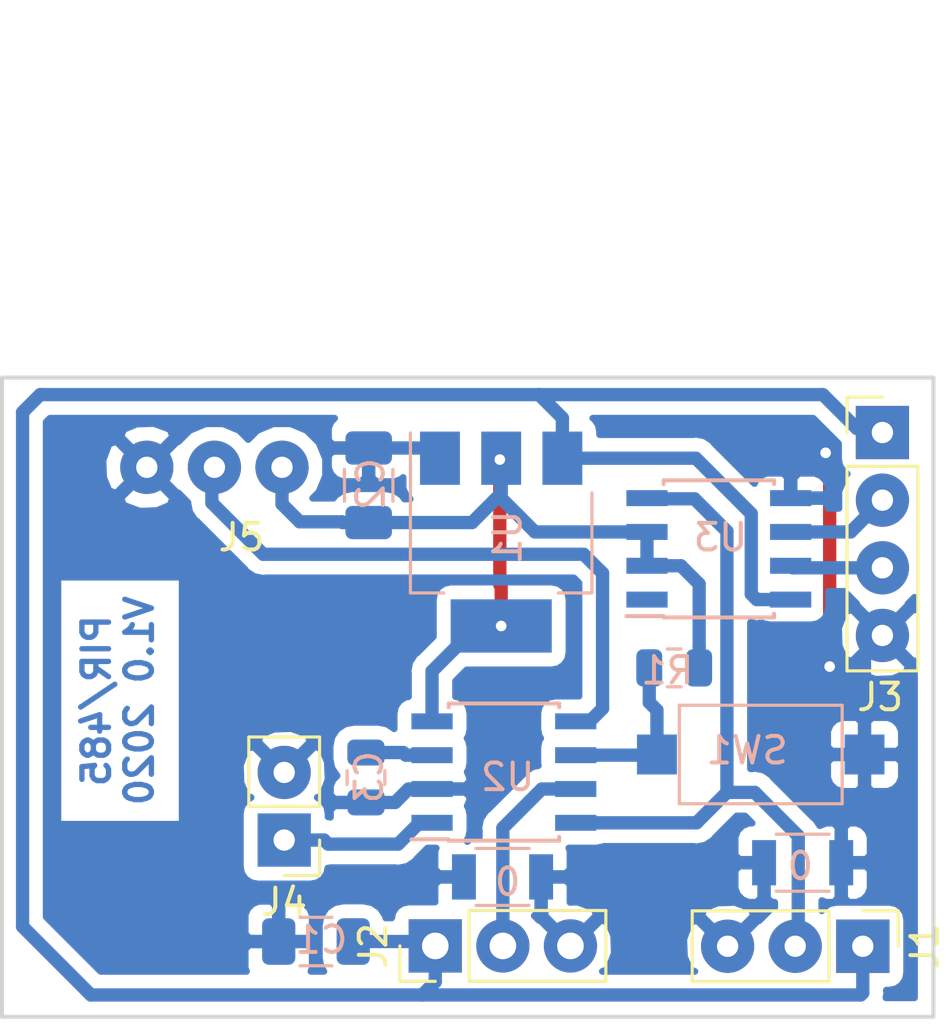
<source format=kicad_pcb>
(kicad_pcb (version 20171130) (host pcbnew "(5.0.2)-1")

  (general
    (thickness 1.6)
    (drawings 5)
    (tracks 103)
    (zones 0)
    (modules 15)
    (nets 13)
  )

  (page User 210.007 148.006)
  (layers
    (0 F.Cu signal)
    (31 B.Cu signal)
    (32 B.Adhes user)
    (33 F.Adhes user)
    (34 B.Paste user)
    (35 F.Paste user)
    (36 B.SilkS user)
    (37 F.SilkS user)
    (38 B.Mask user)
    (39 F.Mask user)
    (40 Dwgs.User user)
    (41 Cmts.User user)
    (42 Eco1.User user)
    (43 Eco2.User user)
    (44 Edge.Cuts user)
    (45 Margin user)
    (46 B.CrtYd user)
    (47 F.CrtYd user)
    (48 B.Fab user hide)
    (49 F.Fab user)
  )

  (setup
    (last_trace_width 0.25)
    (trace_clearance 0.3)
    (zone_clearance 0.508)
    (zone_45_only no)
    (trace_min 0.2)
    (segment_width 0.2)
    (edge_width 0.15)
    (via_size 0.8)
    (via_drill 0.4)
    (via_min_size 0.4)
    (via_min_drill 0.3)
    (uvia_size 0.3)
    (uvia_drill 0.1)
    (uvias_allowed no)
    (uvia_min_size 0.2)
    (uvia_min_drill 0.1)
    (pcb_text_width 0.3)
    (pcb_text_size 1.5 1.5)
    (mod_edge_width 0.15)
    (mod_text_size 1 1)
    (mod_text_width 0.15)
    (pad_size 2 2)
    (pad_drill 0.8)
    (pad_to_mask_clearance 0.051)
    (solder_mask_min_width 0.25)
    (aux_axis_origin 0 0)
    (visible_elements 7FFFFFFF)
    (pcbplotparams
      (layerselection 0x00010_7ffffffe)
      (usegerberextensions false)
      (usegerberattributes false)
      (usegerberadvancedattributes false)
      (creategerberjobfile false)
      (excludeedgelayer false)
      (linewidth 0.100000)
      (plotframeref false)
      (viasonmask false)
      (mode 1)
      (useauxorigin false)
      (hpglpennumber 1)
      (hpglpenspeed 20)
      (hpglpendiameter 15.000000)
      (psnegative false)
      (psa4output false)
      (plotreference true)
      (plotvalue true)
      (plotinvisibletext false)
      (padsonsilk true)
      (subtractmaskfromsilk false)
      (outputformat 4)
      (mirror true)
      (drillshape 1)
      (scaleselection 1)
      (outputdirectory ""))
  )

  (net 0 "")
  (net 1 GND)
  (net 2 +5V)
  (net 3 +3V3)
  (net 4 "Net-(C3-Pad1)")
  (net 5 /A)
  (net 6 /B)
  (net 7 /Rx)
  (net 8 /RF)
  (net 9 /BTN)
  (net 10 "Net-(U3-Pad1)")
  (net 11 /SWIM_485TX)
  (net 12 /PIR)

  (net_class Default "This is the default net class."
    (clearance 0.3)
    (trace_width 0.25)
    (via_dia 0.8)
    (via_drill 0.4)
    (uvia_dia 0.3)
    (uvia_drill 0.1)
    (add_net +3V3)
    (add_net +5V)
    (add_net /A)
    (add_net /B)
    (add_net /BTN)
    (add_net /PIR)
    (add_net /RF)
    (add_net /Rx)
    (add_net /SWIM_485TX)
    (add_net GND)
    (add_net "Net-(C3-Pad1)")
    (add_net "Net-(U3-Pad1)")
  )

  (module Resistors_SMD:R_1206 (layer B.Cu) (tedit 5FE45C5D) (tstamp 5FE31BCB)
    (at 112.086 67.218)
    (descr "Resistor SMD 1206, reflow soldering, Vishay (see dcrcw.pdf)")
    (tags "resistor 1206")
    (attr smd)
    (fp_text reference 0 (at -0.086 0.127) (layer B.SilkS)
      (effects (font (size 1 1) (thickness 0.15)) (justify mirror))
    )
    (fp_text value R_1206 (at 0 -1.95) (layer B.Fab)
      (effects (font (size 1 1) (thickness 0.15)) (justify mirror))
    )
    (fp_line (start 2.15 -1.1) (end -2.15 -1.1) (layer B.CrtYd) (width 0.05))
    (fp_line (start 2.15 -1.1) (end 2.15 1.11) (layer B.CrtYd) (width 0.05))
    (fp_line (start -2.15 1.11) (end -2.15 -1.1) (layer B.CrtYd) (width 0.05))
    (fp_line (start -2.15 1.11) (end 2.15 1.11) (layer B.CrtYd) (width 0.05))
    (fp_line (start -1 1.07) (end 1 1.07) (layer B.SilkS) (width 0.12))
    (fp_line (start 1 -1.07) (end -1 -1.07) (layer B.SilkS) (width 0.12))
    (fp_line (start -1.6 0.8) (end 1.6 0.8) (layer B.Fab) (width 0.1))
    (fp_line (start 1.6 0.8) (end 1.6 -0.8) (layer B.Fab) (width 0.1))
    (fp_line (start 1.6 -0.8) (end -1.6 -0.8) (layer B.Fab) (width 0.1))
    (fp_line (start -1.6 -0.8) (end -1.6 0.8) (layer B.Fab) (width 0.1))
    (fp_text user %R (at 0 0) (layer B.Fab)
      (effects (font (size 0.7 0.7) (thickness 0.105)) (justify mirror))
    )
    (pad 2 smd rect (at 1.45 0) (size 0.9 1.7) (layers B.Cu B.Paste B.Mask)
      (net 1 GND))
    (pad 1 smd rect (at -1.45 0) (size 0.9 1.7) (layers B.Cu B.Paste B.Mask)
      (net 1 GND))
    (model ${KISYS3DMOD}/Resistors_SMD.3dshapes/R_1206.wrl
      (at (xyz 0 0 0))
      (scale (xyz 1 1 1))
      (rotate (xyz 0 0 0))
    )
  )

  (module KiCad/kicad-footprints/Capacitor_SMD.pretty:C_1206_3216Metric (layer B.Cu) (tedit 5B301BBE) (tstamp 5FAF27E0)
    (at 93.798 70.1771 180)
    (descr "Capacitor SMD 1206 (3216 Metric), square (rectangular) end terminal, IPC_7351 nominal, (Body size source: http://www.tortai-tech.com/upload/download/2011102023233369053.pdf), generated with kicad-footprint-generator")
    (tags capacitor)
    (path /5FADC9A8)
    (attr smd)
    (fp_text reference C1 (at -0.202 0.0635 180) (layer B.SilkS)
      (effects (font (size 1 1) (thickness 0.15)) (justify mirror))
    )
    (fp_text value 10u (at 0 -1.82 180) (layer B.Fab)
      (effects (font (size 1 1) (thickness 0.15)) (justify mirror))
    )
    (fp_line (start -1.6 -0.8) (end -1.6 0.8) (layer B.Fab) (width 0.1))
    (fp_line (start -1.6 0.8) (end 1.6 0.8) (layer B.Fab) (width 0.1))
    (fp_line (start 1.6 0.8) (end 1.6 -0.8) (layer B.Fab) (width 0.1))
    (fp_line (start 1.6 -0.8) (end -1.6 -0.8) (layer B.Fab) (width 0.1))
    (fp_line (start -0.602064 0.91) (end 0.602064 0.91) (layer B.SilkS) (width 0.12))
    (fp_line (start -0.602064 -0.91) (end 0.602064 -0.91) (layer B.SilkS) (width 0.12))
    (fp_line (start -2.28 -1.12) (end -2.28 1.12) (layer B.CrtYd) (width 0.05))
    (fp_line (start -2.28 1.12) (end 2.28 1.12) (layer B.CrtYd) (width 0.05))
    (fp_line (start 2.28 1.12) (end 2.28 -1.12) (layer B.CrtYd) (width 0.05))
    (fp_line (start 2.28 -1.12) (end -2.28 -1.12) (layer B.CrtYd) (width 0.05))
    (fp_text user %R (at 0 0 180) (layer B.Fab)
      (effects (font (size 0.8 0.8) (thickness 0.12)) (justify mirror))
    )
    (pad 1 smd roundrect (at -1.4 0 180) (size 1.25 1.75) (layers B.Cu B.Paste B.Mask) (roundrect_rratio 0.2)
      (net 2 +5V))
    (pad 2 smd roundrect (at 1.4 0 180) (size 1.25 1.75) (layers B.Cu B.Paste B.Mask) (roundrect_rratio 0.2)
      (net 1 GND))
    (model ${KISYS3DMOD}/Capacitor_SMD.3dshapes/C_1206_3216Metric.wrl
      (at (xyz 0 0 0))
      (scale (xyz 1 1 1))
      (rotate (xyz 0 0 0))
    )
  )

  (module KiCad/kicad-footprints/Capacitor_SMD.pretty:C_1206_3216Metric (layer B.Cu) (tedit 5B301BBE) (tstamp 5FAF27F1)
    (at 95.7792 53.0448 90)
    (descr "Capacitor SMD 1206 (3216 Metric), square (rectangular) end terminal, IPC_7351 nominal, (Body size source: http://www.tortai-tech.com/upload/download/2011102023233369053.pdf), generated with kicad-footprint-generator")
    (tags capacitor)
    (path /5FADC895)
    (attr smd)
    (fp_text reference C2 (at 0.0448 0.0762 90) (layer B.SilkS)
      (effects (font (size 1 1) (thickness 0.15)) (justify mirror))
    )
    (fp_text value 10u (at 0 -1.82 90) (layer B.Fab)
      (effects (font (size 1 1) (thickness 0.15)) (justify mirror))
    )
    (fp_text user %R (at 0 0 90) (layer B.Fab)
      (effects (font (size 0.8 0.8) (thickness 0.12)) (justify mirror))
    )
    (fp_line (start 2.28 -1.12) (end -2.28 -1.12) (layer B.CrtYd) (width 0.05))
    (fp_line (start 2.28 1.12) (end 2.28 -1.12) (layer B.CrtYd) (width 0.05))
    (fp_line (start -2.28 1.12) (end 2.28 1.12) (layer B.CrtYd) (width 0.05))
    (fp_line (start -2.28 -1.12) (end -2.28 1.12) (layer B.CrtYd) (width 0.05))
    (fp_line (start -0.602064 -0.91) (end 0.602064 -0.91) (layer B.SilkS) (width 0.12))
    (fp_line (start -0.602064 0.91) (end 0.602064 0.91) (layer B.SilkS) (width 0.12))
    (fp_line (start 1.6 -0.8) (end -1.6 -0.8) (layer B.Fab) (width 0.1))
    (fp_line (start 1.6 0.8) (end 1.6 -0.8) (layer B.Fab) (width 0.1))
    (fp_line (start -1.6 0.8) (end 1.6 0.8) (layer B.Fab) (width 0.1))
    (fp_line (start -1.6 -0.8) (end -1.6 0.8) (layer B.Fab) (width 0.1))
    (pad 2 smd roundrect (at 1.4 0 90) (size 1.25 1.75) (layers B.Cu B.Paste B.Mask) (roundrect_rratio 0.2)
      (net 1 GND))
    (pad 1 smd roundrect (at -1.4 0 90) (size 1.25 1.75) (layers B.Cu B.Paste B.Mask) (roundrect_rratio 0.2)
      (net 3 +3V3))
    (model ${KISYS3DMOD}/Capacitor_SMD.3dshapes/C_1206_3216Metric.wrl
      (at (xyz 0 0 0))
      (scale (xyz 1 1 1))
      (rotate (xyz 0 0 0))
    )
  )

  (module KiCad/kicad-footprints/Capacitor_SMD.pretty:C_0805_2012Metric (layer B.Cu) (tedit 5B36C52B) (tstamp 5FAF2802)
    (at 95.6776 64.0176 270)
    (descr "Capacitor SMD 0805 (2012 Metric), square (rectangular) end terminal, IPC_7351 nominal, (Body size source: https://docs.google.com/spreadsheets/d/1BsfQQcO9C6DZCsRaXUlFlo91Tg2WpOkGARC1WS5S8t0/edit?usp=sharing), generated with kicad-footprint-generator")
    (tags capacitor)
    (path /5FAD2E08)
    (attr smd)
    (fp_text reference C3 (at -0.0176 -0.1143 270) (layer B.SilkS)
      (effects (font (size 1 1) (thickness 0.15)) (justify mirror))
    )
    (fp_text value 1u (at 0 -1.65 270) (layer B.Fab)
      (effects (font (size 1 1) (thickness 0.15)) (justify mirror))
    )
    (fp_text user %R (at 0 0 270) (layer B.Fab)
      (effects (font (size 0.5 0.5) (thickness 0.08)) (justify mirror))
    )
    (fp_line (start 1.68 -0.95) (end -1.68 -0.95) (layer B.CrtYd) (width 0.05))
    (fp_line (start 1.68 0.95) (end 1.68 -0.95) (layer B.CrtYd) (width 0.05))
    (fp_line (start -1.68 0.95) (end 1.68 0.95) (layer B.CrtYd) (width 0.05))
    (fp_line (start -1.68 -0.95) (end -1.68 0.95) (layer B.CrtYd) (width 0.05))
    (fp_line (start -0.258578 -0.71) (end 0.258578 -0.71) (layer B.SilkS) (width 0.12))
    (fp_line (start -0.258578 0.71) (end 0.258578 0.71) (layer B.SilkS) (width 0.12))
    (fp_line (start 1 -0.6) (end -1 -0.6) (layer B.Fab) (width 0.1))
    (fp_line (start 1 0.6) (end 1 -0.6) (layer B.Fab) (width 0.1))
    (fp_line (start -1 0.6) (end 1 0.6) (layer B.Fab) (width 0.1))
    (fp_line (start -1 -0.6) (end -1 0.6) (layer B.Fab) (width 0.1))
    (pad 2 smd roundrect (at 0.9375 0 270) (size 0.975 1.4) (layers B.Cu B.Paste B.Mask) (roundrect_rratio 0.25)
      (net 1 GND))
    (pad 1 smd roundrect (at -0.9375 0 270) (size 0.975 1.4) (layers B.Cu B.Paste B.Mask) (roundrect_rratio 0.25)
      (net 4 "Net-(C3-Pad1)"))
    (model ${KISYS3DMOD}/Capacitor_SMD.3dshapes/C_0805_2012Metric.wrl
      (at (xyz 0 0 0))
      (scale (xyz 1 1 1))
      (rotate (xyz 0 0 0))
    )
  )

  (module KiCad/kicad-footprints/Connector_PinHeader_2.54mm.pretty:PinHeader_1x03_P2.54mm_Vertical (layer F.Cu) (tedit 59FED5CC) (tstamp 5FAF2819)
    (at 114.3466 70.3549 270)
    (descr "Through hole straight pin header, 1x03, 2.54mm pitch, single row")
    (tags "Through hole pin header THT 1x03 2.54mm single row")
    (path /5FAD3AE8)
    (fp_text reference J1 (at 0 -2.33 270) (layer F.SilkS)
      (effects (font (size 1 1) (thickness 0.15)))
    )
    (fp_text value SWIM (at 2.0788 2.5952) (layer F.Fab)
      (effects (font (size 1 1) (thickness 0.15)))
    )
    (fp_text user %R (at 0 7.5952) (layer F.Fab)
      (effects (font (size 1 1) (thickness 0.15)))
    )
    (fp_line (start 1.8 -1.8) (end -1.8 -1.8) (layer F.CrtYd) (width 0.05))
    (fp_line (start 1.8 6.85) (end 1.8 -1.8) (layer F.CrtYd) (width 0.05))
    (fp_line (start -1.8 6.85) (end 1.8 6.85) (layer F.CrtYd) (width 0.05))
    (fp_line (start -1.8 -1.8) (end -1.8 6.85) (layer F.CrtYd) (width 0.05))
    (fp_line (start -1.33 -1.33) (end 0 -1.33) (layer F.SilkS) (width 0.12))
    (fp_line (start -1.33 0) (end -1.33 -1.33) (layer F.SilkS) (width 0.12))
    (fp_line (start -1.33 1.27) (end 1.33 1.27) (layer F.SilkS) (width 0.12))
    (fp_line (start 1.33 1.27) (end 1.33 6.41) (layer F.SilkS) (width 0.12))
    (fp_line (start -1.33 1.27) (end -1.33 6.41) (layer F.SilkS) (width 0.12))
    (fp_line (start -1.33 6.41) (end 1.33 6.41) (layer F.SilkS) (width 0.12))
    (fp_line (start -1.27 -0.635) (end -0.635 -1.27) (layer F.Fab) (width 0.1))
    (fp_line (start -1.27 6.35) (end -1.27 -0.635) (layer F.Fab) (width 0.1))
    (fp_line (start 1.27 6.35) (end -1.27 6.35) (layer F.Fab) (width 0.1))
    (fp_line (start 1.27 -1.27) (end 1.27 6.35) (layer F.Fab) (width 0.1))
    (fp_line (start -0.635 -1.27) (end 1.27 -1.27) (layer F.Fab) (width 0.1))
    (pad 3 thru_hole circle (at 0 5.08 270) (size 2 2) (drill 0.8) (layers *.Cu *.Mask)
      (net 1 GND))
    (pad 2 thru_hole circle (at 0 2.54 270) (size 2 2) (drill 0.8) (layers *.Cu *.Mask)
      (net 11 /SWIM_485TX))
    (pad 1 thru_hole rect (at 0 0 270) (size 2 2) (drill 0.8) (layers *.Cu *.Mask)
      (net 2 +5V))
    (model ${KISYS3DMOD}/Connector_PinHeader_2.54mm.3dshapes/PinHeader_1x03_P2.54mm_Vertical.wrl
      (at (xyz 0 0 0))
      (scale (xyz 1 1 1))
      (rotate (xyz 0 0 0))
    )
  )

  (module KiCad/kicad-footprints/Connector_PinHeader_2.54mm.pretty:PinHeader_1x04_P2.54mm_Vertical (layer F.Cu) (tedit 6004AF37) (tstamp 5FAF2847)
    (at 115.0832 51.0636)
    (descr "Through hole straight pin header, 1x04, 2.54mm pitch, single row")
    (tags "Through hole pin header THT 1x04 2.54mm single row")
    (path /5FAD4EB7)
    (fp_text reference J3 (at -0.0832 9.9364) (layer F.SilkS)
      (effects (font (size 1 1) (thickness 0.15)))
    )
    (fp_text value 485 (at 0 9.95) (layer F.Fab)
      (effects (font (size 1 1) (thickness 0.15)))
    )
    (fp_text user %R (at -2.0832 -0.0636 90) (layer F.Fab)
      (effects (font (size 1 1) (thickness 0.15)))
    )
    (fp_line (start 1.8 -1.8) (end -1.8 -1.8) (layer F.CrtYd) (width 0.05))
    (fp_line (start 1.8 9.4) (end 1.8 -1.8) (layer F.CrtYd) (width 0.05))
    (fp_line (start -1.8 9.4) (end 1.8 9.4) (layer F.CrtYd) (width 0.05))
    (fp_line (start -1.8 -1.8) (end -1.8 9.4) (layer F.CrtYd) (width 0.05))
    (fp_line (start -1.33 -1.33) (end 0 -1.33) (layer F.SilkS) (width 0.12))
    (fp_line (start -1.33 0) (end -1.33 -1.33) (layer F.SilkS) (width 0.12))
    (fp_line (start -1.33 1.27) (end 1.33 1.27) (layer F.SilkS) (width 0.12))
    (fp_line (start 1.33 1.27) (end 1.33 8.95) (layer F.SilkS) (width 0.12))
    (fp_line (start -1.33 1.27) (end -1.33 8.95) (layer F.SilkS) (width 0.12))
    (fp_line (start -1.33 8.95) (end 1.33 8.95) (layer F.SilkS) (width 0.12))
    (fp_line (start -1.27 -0.635) (end -0.635 -1.27) (layer F.Fab) (width 0.1))
    (fp_line (start -1.27 8.89) (end -1.27 -0.635) (layer F.Fab) (width 0.1))
    (fp_line (start 1.27 8.89) (end -1.27 8.89) (layer F.Fab) (width 0.1))
    (fp_line (start 1.27 -1.27) (end 1.27 8.89) (layer F.Fab) (width 0.1))
    (fp_line (start -0.635 -1.27) (end 1.27 -1.27) (layer F.Fab) (width 0.1))
    (pad 4 thru_hole circle (at 0 7.62) (size 2 2) (drill 0.8) (layers *.Cu *.Mask)
      (net 1 GND))
    (pad 3 thru_hole circle (at 0 5.08) (size 2 2) (drill 0.8) (layers *.Cu *.Mask)
      (net 6 /B))
    (pad 2 thru_hole circle (at 0 2.54) (size 2 2) (drill 0.8) (layers *.Cu *.Mask)
      (net 5 /A))
    (pad 1 thru_hole rect (at 0 0) (size 2 2) (drill 0.8) (layers *.Cu *.Mask)
      (net 2 +5V))
    (model ${KISYS3DMOD}/Connector_PinHeader_2.54mm.3dshapes/PinHeader_1x04_P2.54mm_Vertical.wrl
      (at (xyz 0 0 0))
      (scale (xyz 1 1 1))
      (rotate (xyz 0 0 0))
    )
  )

  (module Shutter_RF:SYN115_Mod (layer F.Cu) (tedit 5DDE9596) (tstamp 5FAF2863)
    (at 82.622 38.77)
    (path /5FAE772B)
    (fp_text reference J5 (at 8.378 16.23) (layer F.SilkS)
      (effects (font (size 1 1) (thickness 0.15)))
    )
    (fp_text value RF (at 6.2 -3.1) (layer F.Fab)
      (effects (font (size 1 1) (thickness 0.15)))
    )
    (fp_line (start 0 15) (end 11.8 15) (layer F.CrtYd) (width 0.127))
    (fp_line (start 11.8 0) (end 11.8 15) (layer F.CrtYd) (width 0.127))
    (fp_line (start 0 0) (end 0 15) (layer F.CrtYd) (width 0.127))
    (fp_line (start 0 0) (end 11.8 0) (layer F.CrtYd) (width 0.127))
    (pad 3 thru_hole circle (at 4.82 13.6) (size 2 2) (drill 0.8) (layers *.Cu *.Mask)
      (net 1 GND))
    (pad 2 thru_hole circle (at 7.36 13.6) (size 2 2) (drill 0.8) (layers *.Cu *.Mask)
      (net 8 /RF))
    (pad 1 thru_hole circle (at 9.9 13.6) (size 2 2) (drill 0.8) (layers *.Cu *.Mask)
      (net 3 +3V3))
  )

  (module KiCad/kicad-footprints/Resistor_SMD.pretty:R_0805_2012Metric (layer B.Cu) (tedit 5B36C52B) (tstamp 5FAF2874)
    (at 107.26 59.9028 180)
    (descr "Resistor SMD 0805 (2012 Metric), square (rectangular) end terminal, IPC_7351 nominal, (Body size source: https://docs.google.com/spreadsheets/d/1BsfQQcO9C6DZCsRaXUlFlo91Tg2WpOkGARC1WS5S8t0/edit?usp=sharing), generated with kicad-footprint-generator")
    (tags resistor)
    (path /5FAE2A22)
    (attr smd)
    (fp_text reference R1 (at 0.26 -0.0972 180) (layer B.SilkS)
      (effects (font (size 1 1) (thickness 0.15)) (justify mirror))
    )
    (fp_text value 10K (at 0 -1.65 180) (layer B.Fab)
      (effects (font (size 1 1) (thickness 0.15)) (justify mirror))
    )
    (fp_line (start -1 -0.6) (end -1 0.6) (layer B.Fab) (width 0.1))
    (fp_line (start -1 0.6) (end 1 0.6) (layer B.Fab) (width 0.1))
    (fp_line (start 1 0.6) (end 1 -0.6) (layer B.Fab) (width 0.1))
    (fp_line (start 1 -0.6) (end -1 -0.6) (layer B.Fab) (width 0.1))
    (fp_line (start -0.258578 0.71) (end 0.258578 0.71) (layer B.SilkS) (width 0.12))
    (fp_line (start -0.258578 -0.71) (end 0.258578 -0.71) (layer B.SilkS) (width 0.12))
    (fp_line (start -1.68 -0.95) (end -1.68 0.95) (layer B.CrtYd) (width 0.05))
    (fp_line (start -1.68 0.95) (end 1.68 0.95) (layer B.CrtYd) (width 0.05))
    (fp_line (start 1.68 0.95) (end 1.68 -0.95) (layer B.CrtYd) (width 0.05))
    (fp_line (start 1.68 -0.95) (end -1.68 -0.95) (layer B.CrtYd) (width 0.05))
    (fp_text user %R (at 0 0 180) (layer B.Fab)
      (effects (font (size 0.5 0.5) (thickness 0.08)) (justify mirror))
    )
    (pad 1 smd roundrect (at -0.9375 0 180) (size 0.975 1.4) (layers B.Cu B.Paste B.Mask) (roundrect_rratio 0.25)
      (net 3 +3V3))
    (pad 2 smd roundrect (at 0.9375 0 180) (size 0.975 1.4) (layers B.Cu B.Paste B.Mask) (roundrect_rratio 0.25)
      (net 9 /BTN))
    (model ${KISYS3DMOD}/Resistor_SMD.3dshapes/R_0805_2012Metric.wrl
      (at (xyz 0 0 0))
      (scale (xyz 1 1 1))
      (rotate (xyz 0 0 0))
    )
  )

  (module KiCad/kicad-footprints/Button_Switch_SMD.pretty:SW_SPST_CK_RS282G05A3 (layer B.Cu) (tedit 5A7A67D2) (tstamp 5FAF28A0)
    (at 110.5112 63.154)
    (descr https://www.mouser.com/ds/2/60/RS-282G05A-SM_RT-1159762.pdf)
    (tags "SPST button tactile switch")
    (path /5FAE272D)
    (attr smd)
    (fp_text reference SW1 (at -0.5112 -0.154) (layer B.SilkS)
      (effects (font (size 1 1) (thickness 0.15)) (justify mirror))
    )
    (fp_text value Sw (at 0 -3) (layer B.Fab)
      (effects (font (size 1 1) (thickness 0.15)) (justify mirror))
    )
    (fp_line (start 3 1.8) (end 3 -1.8) (layer B.Fab) (width 0.1))
    (fp_line (start -3 1.8) (end -3 -1.8) (layer B.Fab) (width 0.1))
    (fp_line (start -3 1.8) (end 3 1.8) (layer B.Fab) (width 0.1))
    (fp_line (start -3 -1.8) (end 3 -1.8) (layer B.Fab) (width 0.1))
    (fp_line (start -1.5 0.8) (end -1.5 -0.8) (layer B.Fab) (width 0.1))
    (fp_line (start 1.5 0.8) (end 1.5 -0.8) (layer B.Fab) (width 0.1))
    (fp_line (start -1.5 0.8) (end 1.5 0.8) (layer B.Fab) (width 0.1))
    (fp_line (start -1.5 -0.8) (end 1.5 -0.8) (layer B.Fab) (width 0.1))
    (fp_line (start -3.06 -1.85) (end -3.06 1.85) (layer B.SilkS) (width 0.12))
    (fp_line (start 3.06 -1.85) (end -3.06 -1.85) (layer B.SilkS) (width 0.12))
    (fp_line (start 3.06 1.85) (end 3.06 -1.85) (layer B.SilkS) (width 0.12))
    (fp_line (start -3.06 1.85) (end 3.06 1.85) (layer B.SilkS) (width 0.12))
    (fp_line (start -1.75 -1) (end -1.75 1) (layer B.Fab) (width 0.1))
    (fp_line (start 1.75 -1) (end -1.75 -1) (layer B.Fab) (width 0.1))
    (fp_line (start 1.75 1) (end 1.75 -1) (layer B.Fab) (width 0.1))
    (fp_line (start -1.75 1) (end 1.75 1) (layer B.Fab) (width 0.1))
    (fp_text user %R (at 0 2.6) (layer B.Fab)
      (effects (font (size 1 1) (thickness 0.15)) (justify mirror))
    )
    (fp_line (start -4.9 2.05) (end 4.9 2.05) (layer B.CrtYd) (width 0.05))
    (fp_line (start 4.9 2.05) (end 4.9 -2.05) (layer B.CrtYd) (width 0.05))
    (fp_line (start 4.9 -2.05) (end -4.9 -2.05) (layer B.CrtYd) (width 0.05))
    (fp_line (start -4.9 -2.05) (end -4.9 2.05) (layer B.CrtYd) (width 0.05))
    (pad 2 smd rect (at 3.9 0) (size 1.5 1.5) (layers B.Cu B.Paste B.Mask)
      (net 1 GND))
    (pad 1 smd rect (at -3.9 0) (size 1.5 1.5) (layers B.Cu B.Paste B.Mask)
      (net 9 /BTN))
    (model ${KISYS3DMOD}/Button_Switch_SMD.3dshapes/SW_SPST_CK_RS282G05A3.wrl
      (at (xyz 0 0 0))
      (scale (xyz 1 1 1))
      (rotate (xyz 0 0 0))
    )
  )

  (module KiCad/kicad-footprints/Package_SO.pretty:SOIC-8_3.9x4.9mm_P1.27mm (layer B.Cu) (tedit 5A02F2D3) (tstamp 5FAF28D3)
    (at 100.8592 63.8144)
    (descr "8-Lead Plastic Small Outline (SN) - Narrow, 3.90 mm Body [SOIC] (see Microchip Packaging Specification http://ww1.microchip.com/downloads/en/PackagingSpec/00000049BQ.pdf)")
    (tags "SOIC 1.27")
    (path /5FAD2BF8)
    (attr smd)
    (fp_text reference U2 (at 0.1408 0.1856) (layer B.SilkS)
      (effects (font (size 1 1) (thickness 0.15)) (justify mirror))
    )
    (fp_text value STM8S001J3M (at 0 -3.5) (layer B.Fab)
      (effects (font (size 1 1) (thickness 0.15)) (justify mirror))
    )
    (fp_text user %R (at 0 0) (layer B.Fab)
      (effects (font (size 1 1) (thickness 0.15)) (justify mirror))
    )
    (fp_line (start -0.95 2.45) (end 1.95 2.45) (layer B.Fab) (width 0.1))
    (fp_line (start 1.95 2.45) (end 1.95 -2.45) (layer B.Fab) (width 0.1))
    (fp_line (start 1.95 -2.45) (end -1.95 -2.45) (layer B.Fab) (width 0.1))
    (fp_line (start -1.95 -2.45) (end -1.95 1.45) (layer B.Fab) (width 0.1))
    (fp_line (start -1.95 1.45) (end -0.95 2.45) (layer B.Fab) (width 0.1))
    (fp_line (start -3.73 2.7) (end -3.73 -2.7) (layer B.CrtYd) (width 0.05))
    (fp_line (start 3.73 2.7) (end 3.73 -2.7) (layer B.CrtYd) (width 0.05))
    (fp_line (start -3.73 2.7) (end 3.73 2.7) (layer B.CrtYd) (width 0.05))
    (fp_line (start -3.73 -2.7) (end 3.73 -2.7) (layer B.CrtYd) (width 0.05))
    (fp_line (start -2.075 2.575) (end -2.075 2.525) (layer B.SilkS) (width 0.15))
    (fp_line (start 2.075 2.575) (end 2.075 2.43) (layer B.SilkS) (width 0.15))
    (fp_line (start 2.075 -2.575) (end 2.075 -2.43) (layer B.SilkS) (width 0.15))
    (fp_line (start -2.075 -2.575) (end -2.075 -2.43) (layer B.SilkS) (width 0.15))
    (fp_line (start -2.075 2.575) (end 2.075 2.575) (layer B.SilkS) (width 0.15))
    (fp_line (start -2.075 -2.575) (end 2.075 -2.575) (layer B.SilkS) (width 0.15))
    (fp_line (start -2.075 2.525) (end -3.475 2.525) (layer B.SilkS) (width 0.15))
    (pad 1 smd rect (at -2.7 1.905) (size 1.55 0.6) (layers B.Cu B.Paste B.Mask)
      (net 7 /Rx))
    (pad 2 smd rect (at -2.7 0.635) (size 1.55 0.6) (layers B.Cu B.Paste B.Mask)
      (net 1 GND))
    (pad 3 smd rect (at -2.7 -0.635) (size 1.55 0.6) (layers B.Cu B.Paste B.Mask)
      (net 4 "Net-(C3-Pad1)"))
    (pad 4 smd rect (at -2.7 -1.905) (size 1.55 0.6) (layers B.Cu B.Paste B.Mask)
      (net 3 +3V3))
    (pad 5 smd rect (at 2.7 -1.905) (size 1.55 0.6) (layers B.Cu B.Paste B.Mask)
      (net 8 /RF))
    (pad 6 smd rect (at 2.7 -0.635) (size 1.55 0.6) (layers B.Cu B.Paste B.Mask)
      (net 9 /BTN))
    (pad 7 smd rect (at 2.7 0.635) (size 1.55 0.6) (layers B.Cu B.Paste B.Mask)
      (net 12 /PIR))
    (pad 8 smd rect (at 2.7 1.905) (size 1.55 0.6) (layers B.Cu B.Paste B.Mask)
      (net 11 /SWIM_485TX))
    (model ${KISYS3DMOD}/Package_SO.3dshapes/SOIC-8_3.9x4.9mm_P1.27mm.wrl
      (at (xyz 0 0 0))
      (scale (xyz 1 1 1))
      (rotate (xyz 0 0 0))
    )
  )

  (module KiCad/kicad-footprints/Package_SO.pretty:SOIC-8_3.9x4.9mm_P1.27mm (layer B.Cu) (tedit 5A02F2D3) (tstamp 5FAF28F0)
    (at 108.9364 55.4324)
    (descr "8-Lead Plastic Small Outline (SN) - Narrow, 3.90 mm Body [SOIC] (see Microchip Packaging Specification http://ww1.microchip.com/downloads/en/PackagingSpec/00000049BQ.pdf)")
    (tags "SOIC 1.27")
    (path /5FAD2AEA)
    (attr smd)
    (fp_text reference U3 (at 0.0636 -0.4324) (layer B.SilkS)
      (effects (font (size 1 1) (thickness 0.15)) (justify mirror))
    )
    (fp_text value SP3485EN (at 0 -3.5) (layer B.Fab)
      (effects (font (size 1 1) (thickness 0.15)) (justify mirror))
    )
    (fp_line (start -2.075 2.525) (end -3.475 2.525) (layer B.SilkS) (width 0.15))
    (fp_line (start -2.075 -2.575) (end 2.075 -2.575) (layer B.SilkS) (width 0.15))
    (fp_line (start -2.075 2.575) (end 2.075 2.575) (layer B.SilkS) (width 0.15))
    (fp_line (start -2.075 -2.575) (end -2.075 -2.43) (layer B.SilkS) (width 0.15))
    (fp_line (start 2.075 -2.575) (end 2.075 -2.43) (layer B.SilkS) (width 0.15))
    (fp_line (start 2.075 2.575) (end 2.075 2.43) (layer B.SilkS) (width 0.15))
    (fp_line (start -2.075 2.575) (end -2.075 2.525) (layer B.SilkS) (width 0.15))
    (fp_line (start -3.73 -2.7) (end 3.73 -2.7) (layer B.CrtYd) (width 0.05))
    (fp_line (start -3.73 2.7) (end 3.73 2.7) (layer B.CrtYd) (width 0.05))
    (fp_line (start 3.73 2.7) (end 3.73 -2.7) (layer B.CrtYd) (width 0.05))
    (fp_line (start -3.73 2.7) (end -3.73 -2.7) (layer B.CrtYd) (width 0.05))
    (fp_line (start -1.95 1.45) (end -0.95 2.45) (layer B.Fab) (width 0.1))
    (fp_line (start -1.95 -2.45) (end -1.95 1.45) (layer B.Fab) (width 0.1))
    (fp_line (start 1.95 -2.45) (end -1.95 -2.45) (layer B.Fab) (width 0.1))
    (fp_line (start 1.95 2.45) (end 1.95 -2.45) (layer B.Fab) (width 0.1))
    (fp_line (start -0.95 2.45) (end 1.95 2.45) (layer B.Fab) (width 0.1))
    (fp_text user %R (at 0 0) (layer B.Fab)
      (effects (font (size 1 1) (thickness 0.15)) (justify mirror))
    )
    (pad 8 smd rect (at 2.7 1.905) (size 1.55 0.6) (layers B.Cu B.Paste B.Mask)
      (net 2 +5V))
    (pad 7 smd rect (at 2.7 0.635) (size 1.55 0.6) (layers B.Cu B.Paste B.Mask)
      (net 6 /B))
    (pad 6 smd rect (at 2.7 -0.635) (size 1.55 0.6) (layers B.Cu B.Paste B.Mask)
      (net 5 /A))
    (pad 5 smd rect (at 2.7 -1.905) (size 1.55 0.6) (layers B.Cu B.Paste B.Mask)
      (net 1 GND))
    (pad 4 smd rect (at -2.7 -1.905) (size 1.55 0.6) (layers B.Cu B.Paste B.Mask)
      (net 11 /SWIM_485TX))
    (pad 3 smd rect (at -2.7 -0.635) (size 1.55 0.6) (layers B.Cu B.Paste B.Mask)
      (net 3 +3V3))
    (pad 2 smd rect (at -2.7 0.635) (size 1.55 0.6) (layers B.Cu B.Paste B.Mask)
      (net 3 +3V3))
    (pad 1 smd rect (at -2.7 1.905) (size 1.55 0.6) (layers B.Cu B.Paste B.Mask)
      (net 10 "Net-(U3-Pad1)"))
    (model ${KISYS3DMOD}/Package_SO.3dshapes/SOIC-8_3.9x4.9mm_P1.27mm.wrl
      (at (xyz 0 0 0))
      (scale (xyz 1 1 1))
      (rotate (xyz 0 0 0))
    )
  )

  (module KiCad/kicad-footprints/Connector_PinHeader_2.54mm.pretty:PinHeader_1x02_P2.54mm_Vertical (layer F.Cu) (tedit 59FED5CC) (tstamp 5FAFE9B3)
    (at 92.6042 66.3671 180)
    (descr "Through hole straight pin header, 1x02, 2.54mm pitch, single row")
    (tags "Through hole pin header THT 1x02 2.54mm single row")
    (path /5FAD79BF)
    (fp_text reference J4 (at 0 -2.33 180) (layer F.SilkS)
      (effects (font (size 1 1) (thickness 0.15)))
    )
    (fp_text value SerIn (at 0.146 -2.5788 180) (layer F.Fab)
      (effects (font (size 1 1) (thickness 0.15)))
    )
    (fp_line (start -0.635 -1.27) (end 1.27 -1.27) (layer F.Fab) (width 0.1))
    (fp_line (start 1.27 -1.27) (end 1.27 3.81) (layer F.Fab) (width 0.1))
    (fp_line (start 1.27 3.81) (end -1.27 3.81) (layer F.Fab) (width 0.1))
    (fp_line (start -1.27 3.81) (end -1.27 -0.635) (layer F.Fab) (width 0.1))
    (fp_line (start -1.27 -0.635) (end -0.635 -1.27) (layer F.Fab) (width 0.1))
    (fp_line (start -1.33 3.87) (end 1.33 3.87) (layer F.SilkS) (width 0.12))
    (fp_line (start -1.33 1.27) (end -1.33 3.87) (layer F.SilkS) (width 0.12))
    (fp_line (start 1.33 1.27) (end 1.33 3.87) (layer F.SilkS) (width 0.12))
    (fp_line (start -1.33 1.27) (end 1.33 1.27) (layer F.SilkS) (width 0.12))
    (fp_line (start -1.33 0) (end -1.33 -1.33) (layer F.SilkS) (width 0.12))
    (fp_line (start -1.33 -1.33) (end 0 -1.33) (layer F.SilkS) (width 0.12))
    (fp_line (start -1.8 -1.8) (end -1.8 4.35) (layer F.CrtYd) (width 0.05))
    (fp_line (start -1.8 4.35) (end 1.8 4.35) (layer F.CrtYd) (width 0.05))
    (fp_line (start 1.8 4.35) (end 1.8 -1.8) (layer F.CrtYd) (width 0.05))
    (fp_line (start 1.8 -1.8) (end -1.8 -1.8) (layer F.CrtYd) (width 0.05))
    (fp_text user %R (at -1.854 4.4212 270) (layer F.Fab)
      (effects (font (size 1 1) (thickness 0.15)))
    )
    (pad 1 thru_hole rect (at 0 0 180) (size 2 2) (drill 0.8) (layers *.Cu *.Mask)
      (net 7 /Rx))
    (pad 2 thru_hole circle (at 0 2.54 180) (size 2 2) (drill 0.8) (layers *.Cu *.Mask)
      (net 1 GND))
    (model ${KISYS3DMOD}/Connector_PinHeader_2.54mm.3dshapes/PinHeader_1x02_P2.54mm_Vertical.wrl
      (at (xyz 0 0 0))
      (scale (xyz 1 1 1))
      (rotate (xyz 0 0 0))
    )
  )

  (module KiCad/kicad-footprints/Package_TO_SOT_SMD.pretty:SOT-223-3_TabPin2 (layer B.Cu) (tedit 5A02FF57) (tstamp 5FB00A77)
    (at 100.7576 55.1784 270)
    (descr "module CMS SOT223 4 pins")
    (tags "CMS SOT")
    (path /5FADC73C)
    (attr smd)
    (fp_text reference U1 (at -0.1784 -0.2424 270) (layer B.SilkS)
      (effects (font (size 1 1) (thickness 0.15)) (justify mirror))
    )
    (fp_text value AMS1117 (at 0 -4.5 270) (layer B.Fab)
      (effects (font (size 1 1) (thickness 0.15)) (justify mirror))
    )
    (fp_line (start 1.85 3.35) (end 1.85 -3.35) (layer B.Fab) (width 0.1))
    (fp_line (start -1.85 -3.35) (end 1.85 -3.35) (layer B.Fab) (width 0.1))
    (fp_line (start -4.1 3.41) (end 1.91 3.41) (layer B.SilkS) (width 0.12))
    (fp_line (start -0.85 3.35) (end 1.85 3.35) (layer B.Fab) (width 0.1))
    (fp_line (start -1.85 -3.41) (end 1.91 -3.41) (layer B.SilkS) (width 0.12))
    (fp_line (start -1.85 2.35) (end -1.85 -3.35) (layer B.Fab) (width 0.1))
    (fp_line (start -1.85 2.35) (end -0.85 3.35) (layer B.Fab) (width 0.1))
    (fp_line (start -4.4 3.6) (end -4.4 -3.6) (layer B.CrtYd) (width 0.05))
    (fp_line (start -4.4 -3.6) (end 4.4 -3.6) (layer B.CrtYd) (width 0.05))
    (fp_line (start 4.4 -3.6) (end 4.4 3.6) (layer B.CrtYd) (width 0.05))
    (fp_line (start 4.4 3.6) (end -4.4 3.6) (layer B.CrtYd) (width 0.05))
    (fp_line (start 1.91 3.41) (end 1.91 2.15) (layer B.SilkS) (width 0.12))
    (fp_line (start 1.91 -3.41) (end 1.91 -2.15) (layer B.SilkS) (width 0.12))
    (fp_text user %R (at 0 0 180) (layer B.Fab)
      (effects (font (size 0.8 0.8) (thickness 0.12)) (justify mirror))
    )
    (pad 1 smd rect (at -3.15 2.3 270) (size 2 1.5) (layers B.Cu B.Paste B.Mask)
      (net 1 GND))
    (pad 3 smd rect (at -3.15 -2.3 270) (size 2 1.5) (layers B.Cu B.Paste B.Mask)
      (net 2 +5V))
    (pad 2 smd rect (at -3.15 0 270) (size 2 1.5) (layers B.Cu B.Paste B.Mask)
      (net 3 +3V3))
    (pad 2 smd rect (at 3.15 0 270) (size 2 3.8) (layers B.Cu B.Paste B.Mask)
      (net 3 +3V3))
    (model ${KISYS3DMOD}/Package_TO_SOT_SMD.3dshapes/SOT-223.wrl
      (at (xyz 0 0 0))
      (scale (xyz 1 1 1))
      (rotate (xyz 0 0 0))
    )
  )

  (module Pin_Headers:Pin_Header_Straight_1x03_Pitch2.54mm (layer F.Cu) (tedit 5FE31BBE) (tstamp 5FE3180B)
    (at 98.2811 70.3422 90)
    (descr "Through hole straight pin header, 1x03, 2.54mm pitch, single row")
    (tags "Through hole pin header THT 1x03 2.54mm single row")
    (path /5FE351BE)
    (fp_text reference J2 (at 0 -2.33 90) (layer F.SilkS)
      (effects (font (size 1 1) (thickness 0.15)))
    )
    (fp_text value PIR (at 0 7.41 90) (layer F.Fab)
      (effects (font (size 1 1) (thickness 0.15)))
    )
    (fp_text user %R (at 0 2.54 180) (layer F.Fab)
      (effects (font (size 1 1) (thickness 0.15)))
    )
    (fp_line (start 1.8 -1.8) (end -1.8 -1.8) (layer F.CrtYd) (width 0.05))
    (fp_line (start 1.8 6.85) (end 1.8 -1.8) (layer F.CrtYd) (width 0.05))
    (fp_line (start -1.8 6.85) (end 1.8 6.85) (layer F.CrtYd) (width 0.05))
    (fp_line (start -1.8 -1.8) (end -1.8 6.85) (layer F.CrtYd) (width 0.05))
    (fp_line (start -1.33 -1.33) (end 0 -1.33) (layer F.SilkS) (width 0.12))
    (fp_line (start -1.33 0) (end -1.33 -1.33) (layer F.SilkS) (width 0.12))
    (fp_line (start -1.33 1.27) (end 1.33 1.27) (layer F.SilkS) (width 0.12))
    (fp_line (start 1.33 1.27) (end 1.33 6.41) (layer F.SilkS) (width 0.12))
    (fp_line (start -1.33 1.27) (end -1.33 6.41) (layer F.SilkS) (width 0.12))
    (fp_line (start -1.33 6.41) (end 1.33 6.41) (layer F.SilkS) (width 0.12))
    (fp_line (start -1.27 -0.635) (end -0.635 -1.27) (layer F.Fab) (width 0.1))
    (fp_line (start -1.27 6.35) (end -1.27 -0.635) (layer F.Fab) (width 0.1))
    (fp_line (start 1.27 6.35) (end -1.27 6.35) (layer F.Fab) (width 0.1))
    (fp_line (start 1.27 -1.27) (end 1.27 6.35) (layer F.Fab) (width 0.1))
    (fp_line (start -0.635 -1.27) (end 1.27 -1.27) (layer F.Fab) (width 0.1))
    (pad 3 thru_hole circle (at 0 5.08 90) (size 2 2) (drill 1) (layers *.Cu *.Mask)
      (net 1 GND))
    (pad 2 thru_hole circle (at 0 2.54 90) (size 2 2) (drill 1) (layers *.Cu *.Mask)
      (net 12 /PIR))
    (pad 1 thru_hole rect (at 0 0 90) (size 2 2) (drill 1) (layers *.Cu *.Mask)
      (net 2 +5V))
    (model ${KISYS3DMOD}/Pin_Headers.3dshapes/Pin_Header_Straight_1x03_Pitch2.54mm.wrl
      (at (xyz 0 0 0))
      (scale (xyz 1 1 1))
      (rotate (xyz 0 0 0))
    )
  )

  (module Resistors_SMD:R_1206 (layer B.Cu) (tedit 5FE45C3F) (tstamp 5FE31ABF)
    (at 100.8084 67.7514)
    (descr "Resistor SMD 1206, reflow soldering, Vishay (see dcrcw.pdf)")
    (tags "resistor 1206")
    (attr smd)
    (fp_text reference 0 (at 0.1916 0.1905) (layer B.SilkS)
      (effects (font (size 1 1) (thickness 0.15)) (justify mirror))
    )
    (fp_text value R_1206 (at 0 -1.95) (layer B.Fab)
      (effects (font (size 1 1) (thickness 0.15)) (justify mirror))
    )
    (fp_text user %R (at 0 0) (layer B.Fab)
      (effects (font (size 0.7 0.7) (thickness 0.105)) (justify mirror))
    )
    (fp_line (start -1.6 -0.8) (end -1.6 0.8) (layer B.Fab) (width 0.1))
    (fp_line (start 1.6 -0.8) (end -1.6 -0.8) (layer B.Fab) (width 0.1))
    (fp_line (start 1.6 0.8) (end 1.6 -0.8) (layer B.Fab) (width 0.1))
    (fp_line (start -1.6 0.8) (end 1.6 0.8) (layer B.Fab) (width 0.1))
    (fp_line (start 1 -1.07) (end -1 -1.07) (layer B.SilkS) (width 0.12))
    (fp_line (start -1 1.07) (end 1 1.07) (layer B.SilkS) (width 0.12))
    (fp_line (start -2.15 1.11) (end 2.15 1.11) (layer B.CrtYd) (width 0.05))
    (fp_line (start -2.15 1.11) (end -2.15 -1.1) (layer B.CrtYd) (width 0.05))
    (fp_line (start 2.15 -1.1) (end 2.15 1.11) (layer B.CrtYd) (width 0.05))
    (fp_line (start 2.15 -1.1) (end -2.15 -1.1) (layer B.CrtYd) (width 0.05))
    (pad 1 smd rect (at -1.45 0) (size 0.9 1.7) (layers B.Cu B.Paste B.Mask)
      (net 1 GND))
    (pad 2 smd rect (at 1.45 0) (size 0.9 1.7) (layers B.Cu B.Paste B.Mask)
      (net 1 GND))
    (model ${KISYS3DMOD}/Resistors_SMD.3dshapes/R_1206.wrl
      (at (xyz 0 0 0))
      (scale (xyz 1 1 1))
      (rotate (xyz 0 0 0))
    )
  )

  (gr_text "PIR/485\nV1.0 2020" (at 86.3558 61.1347 90) (layer B.Cu)
    (effects (font (size 1 1) (thickness 0.2)) (justify mirror))
  )
  (gr_line (start 82 73) (end 82 49) (layer Edge.Cuts) (width 0.15))
  (gr_line (start 117 73) (end 82 73) (layer Edge.Cuts) (width 0.15))
  (gr_line (start 117 49) (end 117 73) (layer Edge.Cuts) (width 0.15))
  (gr_line (start 82 49) (end 117 49) (layer Edge.Cuts) (width 0.15))

  (segment (start 98.074 51.6448) (end 98.4576 52.0284) (width 0.5) (layer B.Cu) (net 1))
  (segment (start 95.7792 51.6448) (end 98.074 51.6448) (width 0.5) (layer B.Cu) (net 1))
  (segment (start 114.4112 59.3556) (end 115.0832 58.6836) (width 0.5) (layer B.Cu) (net 1))
  (segment (start 114.4112 63.154) (end 114.4112 59.3556) (width 0.5) (layer B.Cu) (net 1))
  (segment (start 98.1592 64.4494) (end 97.2778 64.4494) (width 0.5) (layer B.Cu) (net 1))
  (segment (start 96.7721 64.9551) (end 95.6776 64.9551) (width 0.5) (layer B.Cu) (net 1))
  (segment (start 97.2778 64.4494) (end 96.7721 64.9551) (width 0.5) (layer B.Cu) (net 1))
  (segment (start 111.6364 52.7274) (end 112.5382 51.8256) (width 0.5) (layer B.Cu) (net 1))
  (segment (start 111.6364 53.5274) (end 111.6364 52.7274) (width 0.5) (layer B.Cu) (net 1))
  (via (at 112.9496 51.8256) (size 0.8) (drill 0.4) (layers F.Cu B.Cu) (net 1))
  (segment (start 112.5382 51.8256) (end 112.9496 51.8256) (width 0.5) (layer B.Cu) (net 1))
  (segment (start 112.9496 52.391285) (end 113.102 52.543685) (width 0.5) (layer F.Cu) (net 1))
  (segment (start 112.9496 51.8256) (end 112.9496 52.391285) (width 0.5) (layer F.Cu) (net 1))
  (segment (start 113.102 52.543685) (end 113.102 59.852) (width 0.5) (layer F.Cu) (net 1))
  (via (at 113.102 59.852) (size 0.8) (drill 0.4) (layers F.Cu B.Cu) (net 1))
  (segment (start 103.0576 50.5188) (end 103.0576 52.0284) (width 0.5) (layer B.Cu) (net 2))
  (segment (start 102.18 49.6412) (end 103.0576 50.5188) (width 0.5) (layer B.Cu) (net 2))
  (segment (start 102.18 49.6412) (end 112.848 49.6412) (width 0.5) (layer B.Cu) (net 2))
  (segment (start 112.848 49.6412) (end 114.118 50.9112) (width 0.5) (layer B.Cu) (net 2))
  (segment (start 114.9308 50.9112) (end 115.0832 51.0636) (width 0.5) (layer B.Cu) (net 2))
  (segment (start 114.118 50.9112) (end 114.9308 50.9112) (width 0.5) (layer B.Cu) (net 2))
  (segment (start 108.0724 52.0284) (end 103.0576 52.0284) (width 0.5) (layer B.Cu) (net 2))
  (segment (start 111.6364 57.3374) (end 110.3614 57.3374) (width 0.5) (layer B.Cu) (net 2))
  (segment (start 110.1556 57.1316) (end 110.1556 54.1116) (width 0.5) (layer B.Cu) (net 2))
  (segment (start 110.3614 57.3374) (end 110.1556 57.1316) (width 0.5) (layer B.Cu) (net 2))
  (segment (start 110.1556 54.1116) (end 108.0724 52.0284) (width 0.5) (layer B.Cu) (net 2))
  (segment (start 98.2811 71.6922) (end 98.2811 70.3422) (width 0.5) (layer B.Cu) (net 2))
  (segment (start 97.7896 72.1837) (end 98.2811 71.6922) (width 0.5) (layer B.Cu) (net 2))
  (segment (start 114.3466 72.1075) (end 114.3466 70.3549) (width 0.5) (layer B.Cu) (net 2))
  (segment (start 97.7896 72.1837) (end 114.2704 72.1837) (width 0.5) (layer B.Cu) (net 2))
  (segment (start 114.2704 72.1837) (end 114.3466 72.1075) (width 0.5) (layer B.Cu) (net 2))
  (segment (start 98.116 70.1771) (end 98.2811 70.3422) (width 0.5) (layer B.Cu) (net 2))
  (segment (start 95.198 70.1771) (end 98.116 70.1771) (width 0.5) (layer B.Cu) (net 2))
  (segment (start 85.3398 72.1837) (end 97.7896 72.1837) (width 0.5) (layer B.Cu) (net 2))
  (segment (start 82.7744 69.6183) (end 85.3398 72.1837) (width 0.5) (layer B.Cu) (net 2))
  (segment (start 82.7744 50.3016) (end 82.7744 69.6183) (width 0.5) (layer B.Cu) (net 2))
  (segment (start 102.18 49.6412) (end 83.4348 49.6412) (width 0.5) (layer B.Cu) (net 2))
  (segment (start 83.4348 49.6412) (end 82.7744 50.3016) (width 0.5) (layer B.Cu) (net 2))
  (segment (start 99.6624 54.4448) (end 95.7792 54.4448) (width 0.5) (layer B.Cu) (net 3))
  (segment (start 100.7576 53.3496) (end 99.6624 54.4448) (width 0.5) (layer B.Cu) (net 3))
  (segment (start 100.7576 52.0284) (end 100.7576 53.3496) (width 0.5) (layer B.Cu) (net 3))
  (segment (start 94.8042 54.4448) (end 94.7758 54.4164) (width 0.5) (layer B.Cu) (net 3))
  (segment (start 95.7792 54.4448) (end 94.8042 54.4448) (width 0.5) (layer B.Cu) (net 3))
  (segment (start 94.7758 54.4164) (end 93.1884 54.4164) (width 0.5) (layer B.Cu) (net 3))
  (segment (start 92.522 53.75) (end 92.522 52.37) (width 0.5) (layer B.Cu) (net 3))
  (segment (start 93.1884 54.4164) (end 92.522 53.75) (width 0.5) (layer B.Cu) (net 3))
  (segment (start 106.2364 54.7974) (end 106.2364 56.0674) (width 0.5) (layer B.Cu) (net 3))
  (segment (start 100.7576 53.5284) (end 100.7576 52.0284) (width 0.5) (layer B.Cu) (net 3))
  (segment (start 102.0266 54.7974) (end 100.7576 53.5284) (width 0.5) (layer B.Cu) (net 3))
  (segment (start 108.1975 56.7535) (end 108.1975 59.1028) (width 0.5) (layer B.Cu) (net 3))
  (segment (start 108.1975 59.1028) (end 108.1975 59.9028) (width 0.5) (layer B.Cu) (net 3))
  (segment (start 107.5114 56.0674) (end 108.1975 56.7535) (width 0.5) (layer B.Cu) (net 3))
  (segment (start 106.2364 56.0674) (end 107.5114 56.0674) (width 0.5) (layer B.Cu) (net 3))
  (segment (start 98.1592 60.0268) (end 99.8576 58.3284) (width 0.5) (layer B.Cu) (net 3))
  (segment (start 99.8576 58.3284) (end 100.7576 58.3284) (width 0.5) (layer B.Cu) (net 3))
  (segment (start 98.1592 61.9094) (end 98.1592 60.0268) (width 0.5) (layer B.Cu) (net 3))
  (segment (start 106.2364 54.7974) (end 104.5676 54.7974) (width 0.5) (layer B.Cu) (net 3))
  (segment (start 104.5676 54.7974) (end 102.0266 54.7974) (width 0.5) (layer B.Cu) (net 3))
  (via (at 100.7576 58.3284) (size 0.8) (drill 0.4) (layers F.Cu B.Cu) (net 3))
  (segment (start 100.7576 56.8284) (end 100.7068 56.7776) (width 0.5) (layer F.Cu) (net 3))
  (segment (start 100.7576 58.3284) (end 100.7576 56.8284) (width 0.5) (layer F.Cu) (net 3))
  (segment (start 100.7068 56.7776) (end 100.7068 52.0796) (width 0.5) (layer F.Cu) (net 3))
  (via (at 100.7068 52.0796) (size 0.8) (drill 0.4) (layers F.Cu B.Cu) (net 3))
  (segment (start 98.1592 63.1794) (end 97.1762 63.1794) (width 0.5) (layer B.Cu) (net 4))
  (segment (start 97.0769 63.0801) (end 95.6776 63.0801) (width 0.5) (layer B.Cu) (net 4))
  (segment (start 97.1762 63.1794) (end 97.0769 63.0801) (width 0.5) (layer B.Cu) (net 4))
  (segment (start 113.8894 54.7974) (end 111.6364 54.7974) (width 0.5) (layer B.Cu) (net 5))
  (segment (start 115.0832 53.6036) (end 113.8894 54.7974) (width 0.5) (layer B.Cu) (net 5))
  (segment (start 111.7126 56.1436) (end 111.6364 56.0674) (width 0.5) (layer B.Cu) (net 6))
  (segment (start 115.0832 56.1436) (end 111.7126 56.1436) (width 0.5) (layer B.Cu) (net 6))
  (segment (start 97.6842 65.7194) (end 98.1592 65.7194) (width 0.5) (layer B.Cu) (net 7))
  (segment (start 96.8842 66.5194) (end 97.6842 65.7194) (width 0.5) (layer B.Cu) (net 7))
  (segment (start 94.2565 66.5194) (end 96.8842 66.5194) (width 0.5) (layer B.Cu) (net 7))
  (segment (start 94.1042 66.3671) (end 94.2565 66.5194) (width 0.5) (layer B.Cu) (net 7))
  (segment (start 92.6042 66.3671) (end 94.1042 66.3671) (width 0.5) (layer B.Cu) (net 7))
  (segment (start 103.5592 61.9094) (end 104.085 61.9094) (width 0.5) (layer B.Cu) (net 8))
  (segment (start 104.085 61.9094) (end 104.5676 61.4268) (width 0.5) (layer B.Cu) (net 8))
  (segment (start 104.5676 61.4268) (end 104.5676 56.3468) (width 0.5) (layer B.Cu) (net 8))
  (segment (start 104.5676 56.3468) (end 103.8564 55.6356) (width 0.5) (layer B.Cu) (net 8))
  (segment (start 103.8564 55.6356) (end 91.8168 55.6356) (width 0.5) (layer B.Cu) (net 8))
  (segment (start 91.8168 55.6356) (end 89.8864 53.7052) (width 0.5) (layer B.Cu) (net 8))
  (segment (start 89.8864 52.4656) (end 89.982 52.37) (width 0.5) (layer B.Cu) (net 8))
  (segment (start 89.8864 53.7052) (end 89.8864 52.4656) (width 0.5) (layer B.Cu) (net 8))
  (segment (start 106.6112 63.154) (end 106.6112 61.4892) (width 0.5) (layer B.Cu) (net 9))
  (segment (start 106.3225 61.2005) (end 106.3225 59.9028) (width 0.5) (layer B.Cu) (net 9))
  (segment (start 106.6112 61.4892) (end 106.3225 61.2005) (width 0.5) (layer B.Cu) (net 9))
  (segment (start 106.5858 63.1794) (end 106.6112 63.154) (width 0.5) (layer B.Cu) (net 9))
  (segment (start 103.5592 63.1794) (end 106.5858 63.1794) (width 0.5) (layer B.Cu) (net 9))
  (segment (start 106.851402 53.5274) (end 106.2364 53.5274) (width 0.5) (layer B.Cu) (net 11))
  (segment (start 108.0982 65.7194) (end 109.2412 64.5764) (width 0.5) (layer B.Cu) (net 11))
  (segment (start 109.2412 64.5764) (end 109.2412 54.772) (width 0.5) (layer B.Cu) (net 11))
  (segment (start 109.2412 54.772) (end 108.022 53.5528) (width 0.5) (layer B.Cu) (net 11))
  (segment (start 108.022 53.5528) (end 106.876802 53.5528) (width 0.5) (layer B.Cu) (net 11))
  (segment (start 106.876802 53.5528) (end 106.851402 53.5274) (width 0.5) (layer B.Cu) (net 11))
  (segment (start 103.5592 65.7194) (end 107.8188 65.7194) (width 0.5) (layer B.Cu) (net 11))
  (segment (start 107.8188 65.7194) (end 108.0982 65.7194) (width 0.5) (layer B.Cu) (net 11))
  (segment (start 110.284402 64.5764) (end 109.2412 64.5764) (width 0.5) (layer B.Cu) (net 11))
  (segment (start 111.9209 66.212898) (end 110.284402 64.5764) (width 0.5) (layer B.Cu) (net 11))
  (segment (start 111.9209 70.3422) (end 111.9209 66.212898) (width 0.5) (layer B.Cu) (net 11))
  (segment (start 100.8211 69.140119) (end 100.8211 70.3422) (width 0.5) (layer B.Cu) (net 12))
  (segment (start 100.8211 65.9125) (end 100.8211 69.140119) (width 0.5) (layer B.Cu) (net 12))
  (segment (start 102.2842 64.4494) (end 100.8211 65.9125) (width 0.5) (layer B.Cu) (net 12))
  (segment (start 103.5592 64.4494) (end 102.2842 64.4494) (width 0.5) (layer B.Cu) (net 12))

  (zone (net 1) (net_name GND) (layer B.Cu) (tstamp 600AA6E4) (hatch edge 0.508)
    (connect_pads (clearance 0.508))
    (min_thickness 0.254)
    (fill yes (arc_segments 16) (thermal_gap 0.508) (thermal_bridge_width 0.508))
    (polygon
      (pts
        (xy 82.114 49.1332) (xy 116.8612 49.1332) (xy 117 73) (xy 82 73)
      )
    )
    (filled_polygon
      (pts
        (xy 113.697114 57.069753) (xy 114.123272 57.495911) (xy 114.110273 57.531068) (xy 115.0832 58.503995) (xy 116.056127 57.531068)
        (xy 116.043128 57.495911) (xy 116.29 57.249039) (xy 116.29 57.730737) (xy 116.235732 57.710673) (xy 115.262805 58.6836)
        (xy 116.235732 59.656527) (xy 116.29 59.636463) (xy 116.290001 72.29) (xy 115.212637 72.29) (xy 115.2316 72.194665)
        (xy 115.2316 72.19466) (xy 115.248937 72.107501) (xy 115.2316 72.020341) (xy 115.2316 72.00234) (xy 115.3466 72.00234)
        (xy 115.594365 71.953057) (xy 115.804409 71.812709) (xy 115.944757 71.602665) (xy 115.99404 71.3549) (xy 115.99404 69.3549)
        (xy 115.944757 69.107135) (xy 115.804409 68.897091) (xy 115.594365 68.756743) (xy 115.3466 68.70746) (xy 113.3466 68.70746)
        (xy 113.098835 68.756743) (xy 112.888791 68.897091) (xy 112.8059 69.021145) (xy 112.8059 68.639298) (xy 112.959691 68.703)
        (xy 113.25025 68.703) (xy 113.409 68.54425) (xy 113.409 67.345) (xy 113.663 67.345) (xy 113.663 68.54425)
        (xy 113.82175 68.703) (xy 114.112309 68.703) (xy 114.345698 68.606327) (xy 114.524327 68.427699) (xy 114.621 68.19431)
        (xy 114.621 67.50375) (xy 114.46225 67.345) (xy 113.663 67.345) (xy 113.409 67.345) (xy 113.389 67.345)
        (xy 113.389 67.091) (xy 113.409 67.091) (xy 113.409 65.89175) (xy 113.663 65.89175) (xy 113.663 67.091)
        (xy 114.46225 67.091) (xy 114.621 66.93225) (xy 114.621 66.24169) (xy 114.524327 66.008301) (xy 114.345698 65.829673)
        (xy 114.112309 65.733) (xy 113.82175 65.733) (xy 113.663 65.89175) (xy 113.409 65.89175) (xy 113.25025 65.733)
        (xy 112.959691 65.733) (xy 112.728586 65.828727) (xy 112.661984 65.729051) (xy 112.608324 65.648743) (xy 112.608323 65.648742)
        (xy 112.558949 65.574849) (xy 112.485056 65.525475) (xy 110.971827 64.012247) (xy 110.922451 63.938351) (xy 110.629712 63.742748)
        (xy 110.371567 63.6914) (xy 110.371563 63.6914) (xy 110.284402 63.674063) (xy 110.197241 63.6914) (xy 110.1262 63.6914)
        (xy 110.1262 63.43975) (xy 113.0262 63.43975) (xy 113.0262 64.03031) (xy 113.122873 64.263699) (xy 113.301502 64.442327)
        (xy 113.534891 64.539) (xy 114.12545 64.539) (xy 114.2842 64.38025) (xy 114.2842 63.281) (xy 114.5382 63.281)
        (xy 114.5382 64.38025) (xy 114.69695 64.539) (xy 115.287509 64.539) (xy 115.520898 64.442327) (xy 115.699527 64.263699)
        (xy 115.7962 64.03031) (xy 115.7962 63.43975) (xy 115.63745 63.281) (xy 114.5382 63.281) (xy 114.2842 63.281)
        (xy 113.18495 63.281) (xy 113.0262 63.43975) (xy 110.1262 63.43975) (xy 110.1262 62.27769) (xy 113.0262 62.27769)
        (xy 113.0262 62.86825) (xy 113.18495 63.027) (xy 114.2842 63.027) (xy 114.2842 61.92775) (xy 114.5382 61.92775)
        (xy 114.5382 63.027) (xy 115.63745 63.027) (xy 115.7962 62.86825) (xy 115.7962 62.27769) (xy 115.699527 62.044301)
        (xy 115.520898 61.865673) (xy 115.287509 61.769) (xy 114.69695 61.769) (xy 114.5382 61.92775) (xy 114.2842 61.92775)
        (xy 114.12545 61.769) (xy 113.534891 61.769) (xy 113.301502 61.865673) (xy 113.122873 62.044301) (xy 113.0262 62.27769)
        (xy 110.1262 62.27769) (xy 110.1262 59.836132) (xy 114.110273 59.836132) (xy 114.208936 60.102987) (xy 114.818661 60.329508)
        (xy 115.46866 60.305456) (xy 115.957464 60.102987) (xy 116.056127 59.836132) (xy 115.0832 58.863205) (xy 114.110273 59.836132)
        (xy 110.1262 59.836132) (xy 110.1262 58.419061) (xy 113.437292 58.419061) (xy 113.461344 59.06906) (xy 113.663813 59.557864)
        (xy 113.930668 59.656527) (xy 114.903595 58.6836) (xy 113.930668 57.710673) (xy 113.663813 57.809336) (xy 113.437292 58.419061)
        (xy 110.1262 58.419061) (xy 110.1262 58.192954) (xy 110.274235 58.2224) (xy 110.27424 58.2224) (xy 110.361399 58.239737)
        (xy 110.448559 58.2224) (xy 110.593944 58.2224) (xy 110.613635 58.235557) (xy 110.8614 58.28484) (xy 112.4114 58.28484)
        (xy 112.659165 58.235557) (xy 112.869209 58.095209) (xy 113.009557 57.885165) (xy 113.05884 57.6374) (xy 113.05884 57.0374)
        (xy 113.05709 57.0286) (xy 113.680068 57.0286)
      )
    )
    (filled_polygon
      (pts
        (xy 110.189424 65.733) (xy 110.059691 65.733) (xy 109.826302 65.829673) (xy 109.647673 66.008301) (xy 109.551 66.24169)
        (xy 109.551 66.93225) (xy 109.70975 67.091) (xy 110.509 67.091) (xy 110.509 67.071) (xy 110.763 67.071)
        (xy 110.763 67.091) (xy 110.783 67.091) (xy 110.783 67.345) (xy 110.763 67.345) (xy 110.763 68.54425)
        (xy 110.92175 68.703) (xy 111.0359 68.703) (xy 111.0359 68.904423) (xy 110.880447 68.968814) (xy 110.454289 69.394972)
        (xy 110.419132 69.381973) (xy 109.446205 70.3549) (xy 109.460348 70.369043) (xy 109.280743 70.548648) (xy 109.2666 70.534505)
        (xy 109.252458 70.548648) (xy 109.072853 70.369043) (xy 109.086995 70.3549) (xy 108.114068 69.381973) (xy 107.847213 69.480636)
        (xy 107.620692 70.090361) (xy 107.644744 70.74036) (xy 107.847213 71.229164) (xy 108.035288 71.2987) (xy 104.558062 71.2987)
        (xy 104.780487 71.216464) (xy 105.007008 70.606739) (xy 104.982956 69.95674) (xy 104.780487 69.467936) (xy 104.513632 69.369273)
        (xy 103.540705 70.3422) (xy 103.554848 70.356343) (xy 103.375243 70.535948) (xy 103.3611 70.521805) (xy 103.346958 70.535948)
        (xy 103.167353 70.356343) (xy 103.181495 70.3422) (xy 102.208568 69.369273) (xy 102.173411 69.382272) (xy 102.000095 69.208956)
        (xy 102.1314 69.07765) (xy 102.1314 67.8784) (xy 102.3854 67.8784) (xy 102.3854 69.07765) (xy 102.417661 69.109911)
        (xy 102.388173 69.189668) (xy 103.3611 70.162595) (xy 104.321327 69.202368) (xy 108.293673 69.202368) (xy 109.2666 70.175295)
        (xy 110.239527 69.202368) (xy 110.140864 68.935513) (xy 109.531139 68.708992) (xy 108.88114 68.733044) (xy 108.392336 68.935513)
        (xy 108.293673 69.202368) (xy 104.321327 69.202368) (xy 104.334027 69.189668) (xy 104.235364 68.922813) (xy 103.625639 68.696292)
        (xy 103.3434 68.706736) (xy 103.3434 68.03715) (xy 103.18465 67.8784) (xy 102.3854 67.8784) (xy 102.1314 67.8784)
        (xy 102.1114 67.8784) (xy 102.1114 67.6244) (xy 102.1314 67.6244) (xy 102.1314 67.6044) (xy 102.3854 67.6044)
        (xy 102.3854 67.6244) (xy 103.18465 67.6244) (xy 103.3053 67.50375) (xy 109.551 67.50375) (xy 109.551 68.19431)
        (xy 109.647673 68.427699) (xy 109.826302 68.606327) (xy 110.059691 68.703) (xy 110.35025 68.703) (xy 110.509 68.54425)
        (xy 110.509 67.345) (xy 109.70975 67.345) (xy 109.551 67.50375) (xy 103.3053 67.50375) (xy 103.3434 67.46565)
        (xy 103.3434 66.77509) (xy 103.298561 66.66684) (xy 104.3342 66.66684) (xy 104.581965 66.617557) (xy 104.601656 66.6044)
        (xy 108.011039 66.6044) (xy 108.0982 66.621737) (xy 108.185361 66.6044) (xy 108.185365 66.6044) (xy 108.44351 66.553052)
        (xy 108.736249 66.357449) (xy 108.785625 66.283553) (xy 109.607779 65.4614) (xy 109.917824 65.4614)
      )
    )
    (filled_polygon
      (pts
        (xy 94.365873 50.660102) (xy 94.2692 50.893491) (xy 94.2692 51.35905) (xy 94.42795 51.5178) (xy 95.6522 51.5178)
        (xy 95.6522 51.4978) (xy 95.9062 51.4978) (xy 95.9062 51.5178) (xy 95.9262 51.5178) (xy 95.9262 51.7718)
        (xy 95.9062 51.7718) (xy 95.9062 52.74605) (xy 96.06495 52.9048) (xy 96.78051 52.9048) (xy 97.013899 52.808127)
        (xy 97.0726 52.749426) (xy 97.0726 53.154709) (xy 97.169273 53.388098) (xy 97.340974 53.5598) (xy 97.122031 53.5598)
        (xy 97.038786 53.435214) (xy 96.747635 53.240674) (xy 96.4042 53.17236) (xy 95.1542 53.17236) (xy 94.810765 53.240674)
        (xy 94.519614 53.435214) (xy 94.455345 53.5314) (xy 93.672839 53.5314) (xy 93.908086 53.296153) (xy 94.157 52.695222)
        (xy 94.157 52.044778) (xy 94.109686 51.93055) (xy 94.2692 51.93055) (xy 94.2692 52.396109) (xy 94.365873 52.629498)
        (xy 94.544501 52.808127) (xy 94.77789 52.9048) (xy 95.49345 52.9048) (xy 95.6522 52.74605) (xy 95.6522 51.7718)
        (xy 94.42795 51.7718) (xy 94.2692 51.93055) (xy 94.109686 51.93055) (xy 93.908086 51.443847) (xy 93.448153 50.983914)
        (xy 92.847222 50.735) (xy 92.196778 50.735) (xy 91.595847 50.983914) (xy 91.252 51.327761) (xy 90.908153 50.983914)
        (xy 90.307222 50.735) (xy 89.656778 50.735) (xy 89.055847 50.983914) (xy 88.629689 51.410072) (xy 88.594532 51.397073)
        (xy 87.621605 52.37) (xy 88.594532 53.342927) (xy 88.629689 53.329928) (xy 88.98753 53.687769) (xy 88.984063 53.7052)
        (xy 89.0014 53.792361) (xy 89.0014 53.792364) (xy 89.052748 54.050509) (xy 89.248351 54.343249) (xy 89.322247 54.392625)
        (xy 91.129377 56.199756) (xy 91.178751 56.273649) (xy 91.252644 56.323023) (xy 91.252645 56.323024) (xy 91.433961 56.444176)
        (xy 91.47149 56.469252) (xy 91.729635 56.5206) (xy 91.729639 56.5206) (xy 91.8168 56.537937) (xy 91.903961 56.5206)
        (xy 103.489822 56.5206) (xy 103.682601 56.71338) (xy 103.6826 60.96196) (xy 102.7842 60.96196) (xy 102.536435 61.011243)
        (xy 102.326391 61.151591) (xy 102.186043 61.361635) (xy 102.13676 61.6094) (xy 102.13676 62.2094) (xy 102.186043 62.457165)
        (xy 102.244332 62.5444) (xy 102.186043 62.631635) (xy 102.13676 62.8794) (xy 102.13676 63.4794) (xy 102.155318 63.572698)
        (xy 101.962393 63.611073) (xy 101.93889 63.615748) (xy 101.720045 63.761976) (xy 101.720044 63.761977) (xy 101.646151 63.811351)
        (xy 101.596777 63.885244) (xy 100.256947 65.225075) (xy 100.183051 65.274451) (xy 99.987448 65.567191) (xy 99.9361 65.825336)
        (xy 99.9361 65.825339) (xy 99.918763 65.9125) (xy 99.9361 65.999661) (xy 99.9361 66.266976) (xy 99.934709 66.2664)
        (xy 99.64415 66.2664) (xy 99.485402 66.425148) (xy 99.485402 66.337438) (xy 99.532357 66.267165) (xy 99.58164 66.0194)
        (xy 99.58164 65.4194) (xy 99.532357 65.171635) (xy 99.479432 65.092428) (xy 99.5692 64.87571) (xy 99.5692 64.73515)
        (xy 99.41045 64.5764) (xy 98.2862 64.5764) (xy 98.2862 64.5964) (xy 98.0322 64.5964) (xy 98.0322 64.5764)
        (xy 98.0122 64.5764) (xy 98.0122 64.3224) (xy 98.0322 64.3224) (xy 98.0322 64.3024) (xy 98.2862 64.3024)
        (xy 98.2862 64.3224) (xy 99.41045 64.3224) (xy 99.5692 64.16365) (xy 99.5692 64.02309) (xy 99.479432 63.806372)
        (xy 99.532357 63.727165) (xy 99.58164 63.4794) (xy 99.58164 62.8794) (xy 99.532357 62.631635) (xy 99.474068 62.5444)
        (xy 99.532357 62.457165) (xy 99.58164 62.2094) (xy 99.58164 61.6094) (xy 99.532357 61.361635) (xy 99.392009 61.151591)
        (xy 99.181965 61.011243) (xy 99.0442 60.98384) (xy 99.0442 60.393378) (xy 99.461738 59.97584) (xy 102.6576 59.97584)
        (xy 102.905365 59.926557) (xy 103.115409 59.786209) (xy 103.255757 59.576165) (xy 103.30504 59.3284) (xy 103.30504 57.3284)
        (xy 103.255757 57.080635) (xy 103.115409 56.870591) (xy 102.905365 56.730243) (xy 102.6576 56.68096) (xy 98.8576 56.68096)
        (xy 98.609835 56.730243) (xy 98.399791 56.870591) (xy 98.259443 57.080635) (xy 98.21016 57.3284) (xy 98.21016 58.724262)
        (xy 97.595045 59.339377) (xy 97.521152 59.388751) (xy 97.471778 59.462644) (xy 97.471776 59.462646) (xy 97.325548 59.681491)
        (xy 97.256863 60.0268) (xy 97.274201 60.113965) (xy 97.2742 60.98384) (xy 97.136435 61.011243) (xy 96.926391 61.151591)
        (xy 96.786043 61.361635) (xy 96.73676 61.6094) (xy 96.73676 62.187972) (xy 96.474894 62.012998) (xy 96.13385 61.94516)
        (xy 95.22135 61.94516) (xy 94.880306 62.012998) (xy 94.591184 62.206184) (xy 94.397998 62.495306) (xy 94.33016 62.83635)
        (xy 94.33016 63.32385) (xy 94.397998 63.664894) (xy 94.591184 63.954016) (xy 94.592367 63.954807) (xy 94.439273 64.107902)
        (xy 94.3426 64.341291) (xy 94.3426 64.66935) (xy 94.50135 64.8281) (xy 95.5506 64.8281) (xy 95.5506 64.8081)
        (xy 95.8046 64.8081) (xy 95.8046 64.8281) (xy 95.8246 64.8281) (xy 95.8246 65.0821) (xy 95.8046 65.0821)
        (xy 95.8046 65.1021) (xy 95.5506 65.1021) (xy 95.5506 65.0821) (xy 94.50135 65.0821) (xy 94.3426 65.24085)
        (xy 94.3426 65.512182) (xy 94.25164 65.494089) (xy 94.25164 65.3671) (xy 94.202357 65.119335) (xy 94.062009 64.909291)
        (xy 93.851965 64.768943) (xy 93.844709 64.7675) (xy 94.023587 64.701364) (xy 94.250108 64.091639) (xy 94.226056 63.44164)
        (xy 94.023587 62.952836) (xy 93.756732 62.854173) (xy 92.783805 63.8271) (xy 92.797948 63.841243) (xy 92.618343 64.020848)
        (xy 92.6042 64.006705) (xy 92.590058 64.020848) (xy 92.410453 63.841243) (xy 92.424595 63.8271) (xy 91.451668 62.854173)
        (xy 91.184813 62.952836) (xy 90.958292 63.562561) (xy 90.982344 64.21256) (xy 91.184813 64.701364) (xy 91.363691 64.7675)
        (xy 91.356435 64.768943) (xy 91.146391 64.909291) (xy 91.006043 65.119335) (xy 90.95676 65.3671) (xy 90.95676 67.3671)
        (xy 91.006043 67.614865) (xy 91.146391 67.824909) (xy 91.356435 67.965257) (xy 91.6042 68.01454) (xy 93.6042 68.01454)
        (xy 93.851965 67.965257) (xy 94.062009 67.824909) (xy 94.202357 67.614865) (xy 94.241371 67.418728) (xy 94.2565 67.421737)
        (xy 94.343661 67.4044) (xy 96.797039 67.4044) (xy 96.8842 67.421737) (xy 96.971361 67.4044) (xy 96.971365 67.4044)
        (xy 97.22951 67.353052) (xy 97.522249 67.157449) (xy 97.571625 67.083553) (xy 97.988339 66.66684) (xy 98.318239 66.66684)
        (xy 98.2734 66.77509) (xy 98.2734 67.46565) (xy 98.43215 67.6244) (xy 99.2314 67.6244) (xy 99.2314 67.6044)
        (xy 99.4854 67.6044) (xy 99.4854 67.6244) (xy 99.5054 67.6244) (xy 99.5054 67.8784) (xy 99.4854 67.8784)
        (xy 99.4854 67.8984) (xy 99.2314 67.8984) (xy 99.2314 67.8784) (xy 98.43215 67.8784) (xy 98.2734 68.03715)
        (xy 98.2734 68.69476) (xy 97.2811 68.69476) (xy 97.033335 68.744043) (xy 96.823291 68.884391) (xy 96.682943 69.094435)
        (xy 96.643625 69.2921) (xy 96.418722 69.2921) (xy 96.402126 69.208665) (xy 96.207586 68.917514) (xy 95.916435 68.722974)
        (xy 95.573 68.65466) (xy 94.823 68.65466) (xy 94.479565 68.722974) (xy 94.188414 68.917514) (xy 93.993874 69.208665)
        (xy 93.92556 69.5521) (xy 93.92556 70.8021) (xy 93.993874 71.145535) (xy 94.096215 71.2987) (xy 93.608174 71.2987)
        (xy 93.658 71.17841) (xy 93.658 70.46285) (xy 93.49925 70.3041) (xy 92.525 70.3041) (xy 92.525 70.3241)
        (xy 92.271 70.3241) (xy 92.271 70.3041) (xy 91.29675 70.3041) (xy 91.138 70.46285) (xy 91.138 71.17841)
        (xy 91.187826 71.2987) (xy 85.706379 71.2987) (xy 83.6594 69.251722) (xy 83.6594 69.17579) (xy 91.138 69.17579)
        (xy 91.138 69.89135) (xy 91.29675 70.0501) (xy 92.271 70.0501) (xy 92.271 68.82585) (xy 92.525 68.82585)
        (xy 92.525 70.0501) (xy 93.49925 70.0501) (xy 93.658 69.89135) (xy 93.658 69.17579) (xy 93.561327 68.942401)
        (xy 93.382698 68.763773) (xy 93.149309 68.6671) (xy 92.68375 68.6671) (xy 92.525 68.82585) (xy 92.271 68.82585)
        (xy 92.11225 68.6671) (xy 91.646691 68.6671) (xy 91.413302 68.763773) (xy 91.234673 68.942401) (xy 91.138 69.17579)
        (xy 83.6594 69.17579) (xy 83.6594 56.494938) (xy 84.1008 56.494938) (xy 84.1008 65.774462) (xy 88.7708 65.774462)
        (xy 88.7708 62.674568) (xy 91.631273 62.674568) (xy 92.6042 63.647495) (xy 93.577127 62.674568) (xy 93.478464 62.407713)
        (xy 92.868739 62.181192) (xy 92.21874 62.205244) (xy 91.729936 62.407713) (xy 91.631273 62.674568) (xy 88.7708 62.674568)
        (xy 88.7708 56.494938) (xy 84.1008 56.494938) (xy 83.6594 56.494938) (xy 83.6594 53.522532) (xy 86.469073 53.522532)
        (xy 86.567736 53.789387) (xy 87.177461 54.015908) (xy 87.82746 53.991856) (xy 88.316264 53.789387) (xy 88.414927 53.522532)
        (xy 87.442 52.549605) (xy 86.469073 53.522532) (xy 83.6594 53.522532) (xy 83.6594 52.105461) (xy 85.796092 52.105461)
        (xy 85.820144 52.75546) (xy 86.022613 53.244264) (xy 86.289468 53.342927) (xy 87.262395 52.37) (xy 86.289468 51.397073)
        (xy 86.022613 51.495736) (xy 85.796092 52.105461) (xy 83.6594 52.105461) (xy 83.6594 51.217468) (xy 86.469073 51.217468)
        (xy 87.442 52.190395) (xy 88.414927 51.217468) (xy 88.316264 50.950613) (xy 87.706539 50.724092) (xy 87.05654 50.748144)
        (xy 86.567736 50.950613) (xy 86.469073 51.217468) (xy 83.6594 51.217468) (xy 83.6594 50.668178) (xy 83.801379 50.5262)
        (xy 94.499774 50.5262)
      )
    )
    (filled_polygon
      (pts
        (xy 113.430577 51.475356) (xy 113.43576 51.483113) (xy 113.43576 52.0636) (xy 113.485043 52.311365) (xy 113.625391 52.521409)
        (xy 113.761923 52.612638) (xy 113.697114 52.677447) (xy 113.4482 53.278378) (xy 113.4482 53.9124) (xy 113.0464 53.9124)
        (xy 113.0464 53.81315) (xy 112.88765 53.6544) (xy 111.7634 53.6544) (xy 111.7634 53.6744) (xy 111.5094 53.6744)
        (xy 111.5094 53.6544) (xy 111.4894 53.6544) (xy 111.4894 53.4004) (xy 111.5094 53.4004) (xy 111.5094 52.75115)
        (xy 111.7634 52.75115) (xy 111.7634 53.4004) (xy 112.88765 53.4004) (xy 113.0464 53.24165) (xy 113.0464 53.10109)
        (xy 112.949727 52.867701) (xy 112.771098 52.689073) (xy 112.537709 52.5924) (xy 111.92215 52.5924) (xy 111.7634 52.75115)
        (xy 111.5094 52.75115) (xy 111.35065 52.5924) (xy 110.735091 52.5924) (xy 110.501702 52.689073) (xy 110.323073 52.867701)
        (xy 110.276271 52.980692) (xy 108.759825 51.464247) (xy 108.710449 51.390351) (xy 108.41771 51.194748) (xy 108.159565 51.1434)
        (xy 108.159561 51.1434) (xy 108.0724 51.126063) (xy 107.985239 51.1434) (xy 104.45504 51.1434) (xy 104.45504 51.0284)
        (xy 104.405757 50.780635) (xy 104.265409 50.570591) (xy 104.198974 50.5262) (xy 112.481422 50.5262)
      )
    )
    (filled_polygon
      (pts
        (xy 98.5846 51.9014) (xy 98.6046 51.9014) (xy 98.6046 52.1554) (xy 98.5846 52.1554) (xy 98.5846 52.1754)
        (xy 98.3306 52.1754) (xy 98.3306 52.1554) (xy 98.3106 52.1554) (xy 98.3106 51.9014) (xy 98.3306 51.9014)
        (xy 98.3306 51.8814) (xy 98.5846 51.8814)
      )
    )
  )
)

</source>
